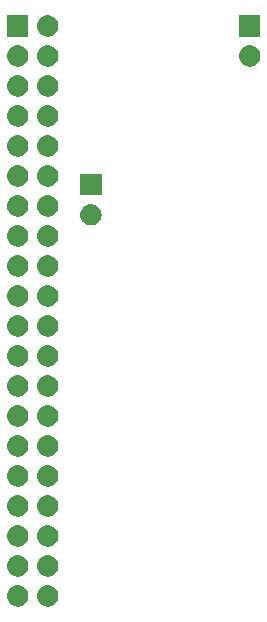
<source format=gbr>
G04 #@! TF.GenerationSoftware,KiCad,Pcbnew,5.0.2+dfsg1-1*
G04 #@! TF.CreationDate,2020-08-24T01:19:37-04:00*
G04 #@! TF.ProjectId,hardware,68617264-7761-4726-952e-6b696361645f,rev?*
G04 #@! TF.SameCoordinates,Original*
G04 #@! TF.FileFunction,Soldermask,Bot*
G04 #@! TF.FilePolarity,Negative*
%FSLAX46Y46*%
G04 Gerber Fmt 4.6, Leading zero omitted, Abs format (unit mm)*
G04 Created by KiCad (PCBNEW 5.0.2+dfsg1-1) date Mon 24 Aug 2020 01:19:37 AM EDT*
%MOMM*%
%LPD*%
G01*
G04 APERTURE LIST*
%ADD10C,0.100000*%
G04 APERTURE END LIST*
D10*
G36*
X130205444Y-116500520D02*
X130271628Y-116507038D01*
X130384854Y-116541385D01*
X130441468Y-116558558D01*
X130580088Y-116632653D01*
X130597992Y-116642223D01*
X130633730Y-116671553D01*
X130735187Y-116754815D01*
X130818449Y-116856272D01*
X130847779Y-116892010D01*
X130847780Y-116892012D01*
X130931444Y-117048534D01*
X130931444Y-117048535D01*
X130982964Y-117218374D01*
X131000360Y-117395001D01*
X130982964Y-117571628D01*
X130948617Y-117684854D01*
X130931444Y-117741468D01*
X130857349Y-117880088D01*
X130847779Y-117897992D01*
X130818449Y-117933730D01*
X130735187Y-118035187D01*
X130633730Y-118118449D01*
X130597992Y-118147779D01*
X130597990Y-118147780D01*
X130441468Y-118231444D01*
X130384854Y-118248617D01*
X130271628Y-118282964D01*
X130205444Y-118289482D01*
X130139261Y-118296001D01*
X130050741Y-118296001D01*
X129984558Y-118289482D01*
X129918374Y-118282964D01*
X129805148Y-118248617D01*
X129748534Y-118231444D01*
X129592012Y-118147780D01*
X129592010Y-118147779D01*
X129556272Y-118118449D01*
X129454815Y-118035187D01*
X129371553Y-117933730D01*
X129342223Y-117897992D01*
X129332653Y-117880088D01*
X129258558Y-117741468D01*
X129241385Y-117684854D01*
X129207038Y-117571628D01*
X129189642Y-117395001D01*
X129207038Y-117218374D01*
X129258558Y-117048535D01*
X129258558Y-117048534D01*
X129342222Y-116892012D01*
X129342223Y-116892010D01*
X129371553Y-116856272D01*
X129454815Y-116754815D01*
X129556272Y-116671553D01*
X129592010Y-116642223D01*
X129609914Y-116632653D01*
X129748534Y-116558558D01*
X129805148Y-116541385D01*
X129918374Y-116507038D01*
X129984558Y-116500520D01*
X130050741Y-116494001D01*
X130139261Y-116494001D01*
X130205444Y-116500520D01*
X130205444Y-116500520D01*
G37*
G36*
X127665444Y-116500520D02*
X127731628Y-116507038D01*
X127844854Y-116541385D01*
X127901468Y-116558558D01*
X128040088Y-116632653D01*
X128057992Y-116642223D01*
X128093730Y-116671553D01*
X128195187Y-116754815D01*
X128278449Y-116856272D01*
X128307779Y-116892010D01*
X128307780Y-116892012D01*
X128391444Y-117048534D01*
X128391444Y-117048535D01*
X128442964Y-117218374D01*
X128460360Y-117395001D01*
X128442964Y-117571628D01*
X128408617Y-117684854D01*
X128391444Y-117741468D01*
X128317349Y-117880088D01*
X128307779Y-117897992D01*
X128278449Y-117933730D01*
X128195187Y-118035187D01*
X128093730Y-118118449D01*
X128057992Y-118147779D01*
X128057990Y-118147780D01*
X127901468Y-118231444D01*
X127844854Y-118248617D01*
X127731628Y-118282964D01*
X127665444Y-118289482D01*
X127599261Y-118296001D01*
X127510741Y-118296001D01*
X127444558Y-118289482D01*
X127378374Y-118282964D01*
X127265148Y-118248617D01*
X127208534Y-118231444D01*
X127052012Y-118147780D01*
X127052010Y-118147779D01*
X127016272Y-118118449D01*
X126914815Y-118035187D01*
X126831553Y-117933730D01*
X126802223Y-117897992D01*
X126792653Y-117880088D01*
X126718558Y-117741468D01*
X126701385Y-117684854D01*
X126667038Y-117571628D01*
X126649642Y-117395001D01*
X126667038Y-117218374D01*
X126718558Y-117048535D01*
X126718558Y-117048534D01*
X126802222Y-116892012D01*
X126802223Y-116892010D01*
X126831553Y-116856272D01*
X126914815Y-116754815D01*
X127016272Y-116671553D01*
X127052010Y-116642223D01*
X127069914Y-116632653D01*
X127208534Y-116558558D01*
X127265148Y-116541385D01*
X127378374Y-116507038D01*
X127444558Y-116500520D01*
X127510741Y-116494001D01*
X127599261Y-116494001D01*
X127665444Y-116500520D01*
X127665444Y-116500520D01*
G37*
G36*
X130205444Y-113960520D02*
X130271628Y-113967038D01*
X130384854Y-114001385D01*
X130441468Y-114018558D01*
X130580088Y-114092653D01*
X130597992Y-114102223D01*
X130633730Y-114131553D01*
X130735187Y-114214815D01*
X130818449Y-114316272D01*
X130847779Y-114352010D01*
X130847780Y-114352012D01*
X130931444Y-114508534D01*
X130931444Y-114508535D01*
X130982964Y-114678374D01*
X131000360Y-114855001D01*
X130982964Y-115031628D01*
X130948617Y-115144854D01*
X130931444Y-115201468D01*
X130857349Y-115340088D01*
X130847779Y-115357992D01*
X130818449Y-115393730D01*
X130735187Y-115495187D01*
X130633730Y-115578449D01*
X130597992Y-115607779D01*
X130597990Y-115607780D01*
X130441468Y-115691444D01*
X130384854Y-115708617D01*
X130271628Y-115742964D01*
X130205443Y-115749483D01*
X130139261Y-115756001D01*
X130050741Y-115756001D01*
X129984559Y-115749483D01*
X129918374Y-115742964D01*
X129805148Y-115708617D01*
X129748534Y-115691444D01*
X129592012Y-115607780D01*
X129592010Y-115607779D01*
X129556272Y-115578449D01*
X129454815Y-115495187D01*
X129371553Y-115393730D01*
X129342223Y-115357992D01*
X129332653Y-115340088D01*
X129258558Y-115201468D01*
X129241385Y-115144854D01*
X129207038Y-115031628D01*
X129189642Y-114855001D01*
X129207038Y-114678374D01*
X129258558Y-114508535D01*
X129258558Y-114508534D01*
X129342222Y-114352012D01*
X129342223Y-114352010D01*
X129371553Y-114316272D01*
X129454815Y-114214815D01*
X129556272Y-114131553D01*
X129592010Y-114102223D01*
X129609914Y-114092653D01*
X129748534Y-114018558D01*
X129805148Y-114001385D01*
X129918374Y-113967038D01*
X129984558Y-113960520D01*
X130050741Y-113954001D01*
X130139261Y-113954001D01*
X130205444Y-113960520D01*
X130205444Y-113960520D01*
G37*
G36*
X127665444Y-113960520D02*
X127731628Y-113967038D01*
X127844854Y-114001385D01*
X127901468Y-114018558D01*
X128040088Y-114092653D01*
X128057992Y-114102223D01*
X128093730Y-114131553D01*
X128195187Y-114214815D01*
X128278449Y-114316272D01*
X128307779Y-114352010D01*
X128307780Y-114352012D01*
X128391444Y-114508534D01*
X128391444Y-114508535D01*
X128442964Y-114678374D01*
X128460360Y-114855001D01*
X128442964Y-115031628D01*
X128408617Y-115144854D01*
X128391444Y-115201468D01*
X128317349Y-115340088D01*
X128307779Y-115357992D01*
X128278449Y-115393730D01*
X128195187Y-115495187D01*
X128093730Y-115578449D01*
X128057992Y-115607779D01*
X128057990Y-115607780D01*
X127901468Y-115691444D01*
X127844854Y-115708617D01*
X127731628Y-115742964D01*
X127665443Y-115749483D01*
X127599261Y-115756001D01*
X127510741Y-115756001D01*
X127444559Y-115749483D01*
X127378374Y-115742964D01*
X127265148Y-115708617D01*
X127208534Y-115691444D01*
X127052012Y-115607780D01*
X127052010Y-115607779D01*
X127016272Y-115578449D01*
X126914815Y-115495187D01*
X126831553Y-115393730D01*
X126802223Y-115357992D01*
X126792653Y-115340088D01*
X126718558Y-115201468D01*
X126701385Y-115144854D01*
X126667038Y-115031628D01*
X126649642Y-114855001D01*
X126667038Y-114678374D01*
X126718558Y-114508535D01*
X126718558Y-114508534D01*
X126802222Y-114352012D01*
X126802223Y-114352010D01*
X126831553Y-114316272D01*
X126914815Y-114214815D01*
X127016272Y-114131553D01*
X127052010Y-114102223D01*
X127069914Y-114092653D01*
X127208534Y-114018558D01*
X127265148Y-114001385D01*
X127378374Y-113967038D01*
X127444558Y-113960520D01*
X127510741Y-113954001D01*
X127599261Y-113954001D01*
X127665444Y-113960520D01*
X127665444Y-113960520D01*
G37*
G36*
X127665443Y-111420519D02*
X127731628Y-111427038D01*
X127844854Y-111461385D01*
X127901468Y-111478558D01*
X128040088Y-111552653D01*
X128057992Y-111562223D01*
X128093730Y-111591553D01*
X128195187Y-111674815D01*
X128278449Y-111776272D01*
X128307779Y-111812010D01*
X128307780Y-111812012D01*
X128391444Y-111968534D01*
X128391444Y-111968535D01*
X128442964Y-112138374D01*
X128460360Y-112315001D01*
X128442964Y-112491628D01*
X128408617Y-112604854D01*
X128391444Y-112661468D01*
X128317349Y-112800088D01*
X128307779Y-112817992D01*
X128278449Y-112853730D01*
X128195187Y-112955187D01*
X128093730Y-113038449D01*
X128057992Y-113067779D01*
X128057990Y-113067780D01*
X127901468Y-113151444D01*
X127844854Y-113168617D01*
X127731628Y-113202964D01*
X127665444Y-113209482D01*
X127599261Y-113216001D01*
X127510741Y-113216001D01*
X127444558Y-113209482D01*
X127378374Y-113202964D01*
X127265148Y-113168617D01*
X127208534Y-113151444D01*
X127052012Y-113067780D01*
X127052010Y-113067779D01*
X127016272Y-113038449D01*
X126914815Y-112955187D01*
X126831553Y-112853730D01*
X126802223Y-112817992D01*
X126792653Y-112800088D01*
X126718558Y-112661468D01*
X126701385Y-112604854D01*
X126667038Y-112491628D01*
X126649642Y-112315001D01*
X126667038Y-112138374D01*
X126718558Y-111968535D01*
X126718558Y-111968534D01*
X126802222Y-111812012D01*
X126802223Y-111812010D01*
X126831553Y-111776272D01*
X126914815Y-111674815D01*
X127016272Y-111591553D01*
X127052010Y-111562223D01*
X127069914Y-111552653D01*
X127208534Y-111478558D01*
X127265148Y-111461385D01*
X127378374Y-111427038D01*
X127444559Y-111420519D01*
X127510741Y-111414001D01*
X127599261Y-111414001D01*
X127665443Y-111420519D01*
X127665443Y-111420519D01*
G37*
G36*
X130205443Y-111420519D02*
X130271628Y-111427038D01*
X130384854Y-111461385D01*
X130441468Y-111478558D01*
X130580088Y-111552653D01*
X130597992Y-111562223D01*
X130633730Y-111591553D01*
X130735187Y-111674815D01*
X130818449Y-111776272D01*
X130847779Y-111812010D01*
X130847780Y-111812012D01*
X130931444Y-111968534D01*
X130931444Y-111968535D01*
X130982964Y-112138374D01*
X131000360Y-112315001D01*
X130982964Y-112491628D01*
X130948617Y-112604854D01*
X130931444Y-112661468D01*
X130857349Y-112800088D01*
X130847779Y-112817992D01*
X130818449Y-112853730D01*
X130735187Y-112955187D01*
X130633730Y-113038449D01*
X130597992Y-113067779D01*
X130597990Y-113067780D01*
X130441468Y-113151444D01*
X130384854Y-113168617D01*
X130271628Y-113202964D01*
X130205444Y-113209482D01*
X130139261Y-113216001D01*
X130050741Y-113216001D01*
X129984558Y-113209482D01*
X129918374Y-113202964D01*
X129805148Y-113168617D01*
X129748534Y-113151444D01*
X129592012Y-113067780D01*
X129592010Y-113067779D01*
X129556272Y-113038449D01*
X129454815Y-112955187D01*
X129371553Y-112853730D01*
X129342223Y-112817992D01*
X129332653Y-112800088D01*
X129258558Y-112661468D01*
X129241385Y-112604854D01*
X129207038Y-112491628D01*
X129189642Y-112315001D01*
X129207038Y-112138374D01*
X129258558Y-111968535D01*
X129258558Y-111968534D01*
X129342222Y-111812012D01*
X129342223Y-111812010D01*
X129371553Y-111776272D01*
X129454815Y-111674815D01*
X129556272Y-111591553D01*
X129592010Y-111562223D01*
X129609914Y-111552653D01*
X129748534Y-111478558D01*
X129805148Y-111461385D01*
X129918374Y-111427038D01*
X129984559Y-111420519D01*
X130050741Y-111414001D01*
X130139261Y-111414001D01*
X130205443Y-111420519D01*
X130205443Y-111420519D01*
G37*
G36*
X127665443Y-108880519D02*
X127731628Y-108887038D01*
X127844854Y-108921385D01*
X127901468Y-108938558D01*
X128040088Y-109012653D01*
X128057992Y-109022223D01*
X128093730Y-109051553D01*
X128195187Y-109134815D01*
X128278449Y-109236272D01*
X128307779Y-109272010D01*
X128307780Y-109272012D01*
X128391444Y-109428534D01*
X128391444Y-109428535D01*
X128442964Y-109598374D01*
X128460360Y-109775001D01*
X128442964Y-109951628D01*
X128408617Y-110064854D01*
X128391444Y-110121468D01*
X128317349Y-110260088D01*
X128307779Y-110277992D01*
X128278449Y-110313730D01*
X128195187Y-110415187D01*
X128093730Y-110498449D01*
X128057992Y-110527779D01*
X128057990Y-110527780D01*
X127901468Y-110611444D01*
X127844854Y-110628617D01*
X127731628Y-110662964D01*
X127665444Y-110669482D01*
X127599261Y-110676001D01*
X127510741Y-110676001D01*
X127444558Y-110669482D01*
X127378374Y-110662964D01*
X127265148Y-110628617D01*
X127208534Y-110611444D01*
X127052012Y-110527780D01*
X127052010Y-110527779D01*
X127016272Y-110498449D01*
X126914815Y-110415187D01*
X126831553Y-110313730D01*
X126802223Y-110277992D01*
X126792653Y-110260088D01*
X126718558Y-110121468D01*
X126701385Y-110064854D01*
X126667038Y-109951628D01*
X126649642Y-109775001D01*
X126667038Y-109598374D01*
X126718558Y-109428535D01*
X126718558Y-109428534D01*
X126802222Y-109272012D01*
X126802223Y-109272010D01*
X126831553Y-109236272D01*
X126914815Y-109134815D01*
X127016272Y-109051553D01*
X127052010Y-109022223D01*
X127069914Y-109012653D01*
X127208534Y-108938558D01*
X127265148Y-108921385D01*
X127378374Y-108887038D01*
X127444559Y-108880519D01*
X127510741Y-108874001D01*
X127599261Y-108874001D01*
X127665443Y-108880519D01*
X127665443Y-108880519D01*
G37*
G36*
X130205443Y-108880519D02*
X130271628Y-108887038D01*
X130384854Y-108921385D01*
X130441468Y-108938558D01*
X130580088Y-109012653D01*
X130597992Y-109022223D01*
X130633730Y-109051553D01*
X130735187Y-109134815D01*
X130818449Y-109236272D01*
X130847779Y-109272010D01*
X130847780Y-109272012D01*
X130931444Y-109428534D01*
X130931444Y-109428535D01*
X130982964Y-109598374D01*
X131000360Y-109775001D01*
X130982964Y-109951628D01*
X130948617Y-110064854D01*
X130931444Y-110121468D01*
X130857349Y-110260088D01*
X130847779Y-110277992D01*
X130818449Y-110313730D01*
X130735187Y-110415187D01*
X130633730Y-110498449D01*
X130597992Y-110527779D01*
X130597990Y-110527780D01*
X130441468Y-110611444D01*
X130384854Y-110628617D01*
X130271628Y-110662964D01*
X130205444Y-110669482D01*
X130139261Y-110676001D01*
X130050741Y-110676001D01*
X129984558Y-110669482D01*
X129918374Y-110662964D01*
X129805148Y-110628617D01*
X129748534Y-110611444D01*
X129592012Y-110527780D01*
X129592010Y-110527779D01*
X129556272Y-110498449D01*
X129454815Y-110415187D01*
X129371553Y-110313730D01*
X129342223Y-110277992D01*
X129332653Y-110260088D01*
X129258558Y-110121468D01*
X129241385Y-110064854D01*
X129207038Y-109951628D01*
X129189642Y-109775001D01*
X129207038Y-109598374D01*
X129258558Y-109428535D01*
X129258558Y-109428534D01*
X129342222Y-109272012D01*
X129342223Y-109272010D01*
X129371553Y-109236272D01*
X129454815Y-109134815D01*
X129556272Y-109051553D01*
X129592010Y-109022223D01*
X129609914Y-109012653D01*
X129748534Y-108938558D01*
X129805148Y-108921385D01*
X129918374Y-108887038D01*
X129984559Y-108880519D01*
X130050741Y-108874001D01*
X130139261Y-108874001D01*
X130205443Y-108880519D01*
X130205443Y-108880519D01*
G37*
G36*
X127665443Y-106340519D02*
X127731628Y-106347038D01*
X127844854Y-106381385D01*
X127901468Y-106398558D01*
X128040088Y-106472653D01*
X128057992Y-106482223D01*
X128093730Y-106511553D01*
X128195187Y-106594815D01*
X128278449Y-106696272D01*
X128307779Y-106732010D01*
X128307780Y-106732012D01*
X128391444Y-106888534D01*
X128391444Y-106888535D01*
X128442964Y-107058374D01*
X128460360Y-107235001D01*
X128442964Y-107411628D01*
X128408617Y-107524854D01*
X128391444Y-107581468D01*
X128317349Y-107720088D01*
X128307779Y-107737992D01*
X128278449Y-107773730D01*
X128195187Y-107875187D01*
X128093730Y-107958449D01*
X128057992Y-107987779D01*
X128057990Y-107987780D01*
X127901468Y-108071444D01*
X127844854Y-108088617D01*
X127731628Y-108122964D01*
X127665443Y-108129483D01*
X127599261Y-108136001D01*
X127510741Y-108136001D01*
X127444559Y-108129483D01*
X127378374Y-108122964D01*
X127265148Y-108088617D01*
X127208534Y-108071444D01*
X127052012Y-107987780D01*
X127052010Y-107987779D01*
X127016272Y-107958449D01*
X126914815Y-107875187D01*
X126831553Y-107773730D01*
X126802223Y-107737992D01*
X126792653Y-107720088D01*
X126718558Y-107581468D01*
X126701385Y-107524854D01*
X126667038Y-107411628D01*
X126649642Y-107235001D01*
X126667038Y-107058374D01*
X126718558Y-106888535D01*
X126718558Y-106888534D01*
X126802222Y-106732012D01*
X126802223Y-106732010D01*
X126831553Y-106696272D01*
X126914815Y-106594815D01*
X127016272Y-106511553D01*
X127052010Y-106482223D01*
X127069914Y-106472653D01*
X127208534Y-106398558D01*
X127265148Y-106381385D01*
X127378374Y-106347038D01*
X127444559Y-106340519D01*
X127510741Y-106334001D01*
X127599261Y-106334001D01*
X127665443Y-106340519D01*
X127665443Y-106340519D01*
G37*
G36*
X130205443Y-106340519D02*
X130271628Y-106347038D01*
X130384854Y-106381385D01*
X130441468Y-106398558D01*
X130580088Y-106472653D01*
X130597992Y-106482223D01*
X130633730Y-106511553D01*
X130735187Y-106594815D01*
X130818449Y-106696272D01*
X130847779Y-106732010D01*
X130847780Y-106732012D01*
X130931444Y-106888534D01*
X130931444Y-106888535D01*
X130982964Y-107058374D01*
X131000360Y-107235001D01*
X130982964Y-107411628D01*
X130948617Y-107524854D01*
X130931444Y-107581468D01*
X130857349Y-107720088D01*
X130847779Y-107737992D01*
X130818449Y-107773730D01*
X130735187Y-107875187D01*
X130633730Y-107958449D01*
X130597992Y-107987779D01*
X130597990Y-107987780D01*
X130441468Y-108071444D01*
X130384854Y-108088617D01*
X130271628Y-108122964D01*
X130205443Y-108129483D01*
X130139261Y-108136001D01*
X130050741Y-108136001D01*
X129984559Y-108129483D01*
X129918374Y-108122964D01*
X129805148Y-108088617D01*
X129748534Y-108071444D01*
X129592012Y-107987780D01*
X129592010Y-107987779D01*
X129556272Y-107958449D01*
X129454815Y-107875187D01*
X129371553Y-107773730D01*
X129342223Y-107737992D01*
X129332653Y-107720088D01*
X129258558Y-107581468D01*
X129241385Y-107524854D01*
X129207038Y-107411628D01*
X129189642Y-107235001D01*
X129207038Y-107058374D01*
X129258558Y-106888535D01*
X129258558Y-106888534D01*
X129342222Y-106732012D01*
X129342223Y-106732010D01*
X129371553Y-106696272D01*
X129454815Y-106594815D01*
X129556272Y-106511553D01*
X129592010Y-106482223D01*
X129609914Y-106472653D01*
X129748534Y-106398558D01*
X129805148Y-106381385D01*
X129918374Y-106347038D01*
X129984559Y-106340519D01*
X130050741Y-106334001D01*
X130139261Y-106334001D01*
X130205443Y-106340519D01*
X130205443Y-106340519D01*
G37*
G36*
X127665444Y-103800520D02*
X127731628Y-103807038D01*
X127844854Y-103841385D01*
X127901468Y-103858558D01*
X128040088Y-103932653D01*
X128057992Y-103942223D01*
X128093730Y-103971553D01*
X128195187Y-104054815D01*
X128278449Y-104156272D01*
X128307779Y-104192010D01*
X128307780Y-104192012D01*
X128391444Y-104348534D01*
X128391444Y-104348535D01*
X128442964Y-104518374D01*
X128460360Y-104695001D01*
X128442964Y-104871628D01*
X128408617Y-104984854D01*
X128391444Y-105041468D01*
X128317349Y-105180088D01*
X128307779Y-105197992D01*
X128278449Y-105233730D01*
X128195187Y-105335187D01*
X128093730Y-105418449D01*
X128057992Y-105447779D01*
X128057990Y-105447780D01*
X127901468Y-105531444D01*
X127844854Y-105548617D01*
X127731628Y-105582964D01*
X127665444Y-105589482D01*
X127599261Y-105596001D01*
X127510741Y-105596001D01*
X127444558Y-105589482D01*
X127378374Y-105582964D01*
X127265148Y-105548617D01*
X127208534Y-105531444D01*
X127052012Y-105447780D01*
X127052010Y-105447779D01*
X127016272Y-105418449D01*
X126914815Y-105335187D01*
X126831553Y-105233730D01*
X126802223Y-105197992D01*
X126792653Y-105180088D01*
X126718558Y-105041468D01*
X126701385Y-104984854D01*
X126667038Y-104871628D01*
X126649642Y-104695001D01*
X126667038Y-104518374D01*
X126718558Y-104348535D01*
X126718558Y-104348534D01*
X126802222Y-104192012D01*
X126802223Y-104192010D01*
X126831553Y-104156272D01*
X126914815Y-104054815D01*
X127016272Y-103971553D01*
X127052010Y-103942223D01*
X127069914Y-103932653D01*
X127208534Y-103858558D01*
X127265148Y-103841385D01*
X127378374Y-103807038D01*
X127444558Y-103800520D01*
X127510741Y-103794001D01*
X127599261Y-103794001D01*
X127665444Y-103800520D01*
X127665444Y-103800520D01*
G37*
G36*
X130205444Y-103800520D02*
X130271628Y-103807038D01*
X130384854Y-103841385D01*
X130441468Y-103858558D01*
X130580088Y-103932653D01*
X130597992Y-103942223D01*
X130633730Y-103971553D01*
X130735187Y-104054815D01*
X130818449Y-104156272D01*
X130847779Y-104192010D01*
X130847780Y-104192012D01*
X130931444Y-104348534D01*
X130931444Y-104348535D01*
X130982964Y-104518374D01*
X131000360Y-104695001D01*
X130982964Y-104871628D01*
X130948617Y-104984854D01*
X130931444Y-105041468D01*
X130857349Y-105180088D01*
X130847779Y-105197992D01*
X130818449Y-105233730D01*
X130735187Y-105335187D01*
X130633730Y-105418449D01*
X130597992Y-105447779D01*
X130597990Y-105447780D01*
X130441468Y-105531444D01*
X130384854Y-105548617D01*
X130271628Y-105582964D01*
X130205444Y-105589482D01*
X130139261Y-105596001D01*
X130050741Y-105596001D01*
X129984558Y-105589482D01*
X129918374Y-105582964D01*
X129805148Y-105548617D01*
X129748534Y-105531444D01*
X129592012Y-105447780D01*
X129592010Y-105447779D01*
X129556272Y-105418449D01*
X129454815Y-105335187D01*
X129371553Y-105233730D01*
X129342223Y-105197992D01*
X129332653Y-105180088D01*
X129258558Y-105041468D01*
X129241385Y-104984854D01*
X129207038Y-104871628D01*
X129189642Y-104695001D01*
X129207038Y-104518374D01*
X129258558Y-104348535D01*
X129258558Y-104348534D01*
X129342222Y-104192012D01*
X129342223Y-104192010D01*
X129371553Y-104156272D01*
X129454815Y-104054815D01*
X129556272Y-103971553D01*
X129592010Y-103942223D01*
X129609914Y-103932653D01*
X129748534Y-103858558D01*
X129805148Y-103841385D01*
X129918374Y-103807038D01*
X129984558Y-103800520D01*
X130050741Y-103794001D01*
X130139261Y-103794001D01*
X130205444Y-103800520D01*
X130205444Y-103800520D01*
G37*
G36*
X127665444Y-101260520D02*
X127731628Y-101267038D01*
X127844854Y-101301385D01*
X127901468Y-101318558D01*
X128040088Y-101392653D01*
X128057992Y-101402223D01*
X128093730Y-101431553D01*
X128195187Y-101514815D01*
X128278449Y-101616272D01*
X128307779Y-101652010D01*
X128307780Y-101652012D01*
X128391444Y-101808534D01*
X128391444Y-101808535D01*
X128442964Y-101978374D01*
X128460360Y-102155001D01*
X128442964Y-102331628D01*
X128408617Y-102444854D01*
X128391444Y-102501468D01*
X128317349Y-102640088D01*
X128307779Y-102657992D01*
X128278449Y-102693730D01*
X128195187Y-102795187D01*
X128093730Y-102878449D01*
X128057992Y-102907779D01*
X128057990Y-102907780D01*
X127901468Y-102991444D01*
X127844854Y-103008617D01*
X127731628Y-103042964D01*
X127665444Y-103049482D01*
X127599261Y-103056001D01*
X127510741Y-103056001D01*
X127444558Y-103049482D01*
X127378374Y-103042964D01*
X127265148Y-103008617D01*
X127208534Y-102991444D01*
X127052012Y-102907780D01*
X127052010Y-102907779D01*
X127016272Y-102878449D01*
X126914815Y-102795187D01*
X126831553Y-102693730D01*
X126802223Y-102657992D01*
X126792653Y-102640088D01*
X126718558Y-102501468D01*
X126701385Y-102444854D01*
X126667038Y-102331628D01*
X126649642Y-102155001D01*
X126667038Y-101978374D01*
X126718558Y-101808535D01*
X126718558Y-101808534D01*
X126802222Y-101652012D01*
X126802223Y-101652010D01*
X126831553Y-101616272D01*
X126914815Y-101514815D01*
X127016272Y-101431553D01*
X127052010Y-101402223D01*
X127069914Y-101392653D01*
X127208534Y-101318558D01*
X127265148Y-101301385D01*
X127378374Y-101267038D01*
X127444559Y-101260519D01*
X127510741Y-101254001D01*
X127599261Y-101254001D01*
X127665444Y-101260520D01*
X127665444Y-101260520D01*
G37*
G36*
X130205444Y-101260520D02*
X130271628Y-101267038D01*
X130384854Y-101301385D01*
X130441468Y-101318558D01*
X130580088Y-101392653D01*
X130597992Y-101402223D01*
X130633730Y-101431553D01*
X130735187Y-101514815D01*
X130818449Y-101616272D01*
X130847779Y-101652010D01*
X130847780Y-101652012D01*
X130931444Y-101808534D01*
X130931444Y-101808535D01*
X130982964Y-101978374D01*
X131000360Y-102155001D01*
X130982964Y-102331628D01*
X130948617Y-102444854D01*
X130931444Y-102501468D01*
X130857349Y-102640088D01*
X130847779Y-102657992D01*
X130818449Y-102693730D01*
X130735187Y-102795187D01*
X130633730Y-102878449D01*
X130597992Y-102907779D01*
X130597990Y-102907780D01*
X130441468Y-102991444D01*
X130384854Y-103008617D01*
X130271628Y-103042964D01*
X130205444Y-103049482D01*
X130139261Y-103056001D01*
X130050741Y-103056001D01*
X129984558Y-103049482D01*
X129918374Y-103042964D01*
X129805148Y-103008617D01*
X129748534Y-102991444D01*
X129592012Y-102907780D01*
X129592010Y-102907779D01*
X129556272Y-102878449D01*
X129454815Y-102795187D01*
X129371553Y-102693730D01*
X129342223Y-102657992D01*
X129332653Y-102640088D01*
X129258558Y-102501468D01*
X129241385Y-102444854D01*
X129207038Y-102331628D01*
X129189642Y-102155001D01*
X129207038Y-101978374D01*
X129258558Y-101808535D01*
X129258558Y-101808534D01*
X129342222Y-101652012D01*
X129342223Y-101652010D01*
X129371553Y-101616272D01*
X129454815Y-101514815D01*
X129556272Y-101431553D01*
X129592010Y-101402223D01*
X129609914Y-101392653D01*
X129748534Y-101318558D01*
X129805148Y-101301385D01*
X129918374Y-101267038D01*
X129984559Y-101260519D01*
X130050741Y-101254001D01*
X130139261Y-101254001D01*
X130205444Y-101260520D01*
X130205444Y-101260520D01*
G37*
G36*
X127665444Y-98720520D02*
X127731628Y-98727038D01*
X127844854Y-98761385D01*
X127901468Y-98778558D01*
X128040088Y-98852653D01*
X128057992Y-98862223D01*
X128093730Y-98891553D01*
X128195187Y-98974815D01*
X128278449Y-99076272D01*
X128307779Y-99112010D01*
X128307780Y-99112012D01*
X128391444Y-99268534D01*
X128391444Y-99268535D01*
X128442964Y-99438374D01*
X128460360Y-99615001D01*
X128442964Y-99791628D01*
X128408617Y-99904854D01*
X128391444Y-99961468D01*
X128317349Y-100100088D01*
X128307779Y-100117992D01*
X128278449Y-100153730D01*
X128195187Y-100255187D01*
X128093730Y-100338449D01*
X128057992Y-100367779D01*
X128057990Y-100367780D01*
X127901468Y-100451444D01*
X127844854Y-100468617D01*
X127731628Y-100502964D01*
X127665443Y-100509483D01*
X127599261Y-100516001D01*
X127510741Y-100516001D01*
X127444558Y-100509482D01*
X127378374Y-100502964D01*
X127265148Y-100468617D01*
X127208534Y-100451444D01*
X127052012Y-100367780D01*
X127052010Y-100367779D01*
X127016272Y-100338449D01*
X126914815Y-100255187D01*
X126831553Y-100153730D01*
X126802223Y-100117992D01*
X126792653Y-100100088D01*
X126718558Y-99961468D01*
X126701385Y-99904854D01*
X126667038Y-99791628D01*
X126649642Y-99615001D01*
X126667038Y-99438374D01*
X126718558Y-99268535D01*
X126718558Y-99268534D01*
X126802222Y-99112012D01*
X126802223Y-99112010D01*
X126831553Y-99076272D01*
X126914815Y-98974815D01*
X127016272Y-98891553D01*
X127052010Y-98862223D01*
X127069914Y-98852653D01*
X127208534Y-98778558D01*
X127265148Y-98761385D01*
X127378374Y-98727038D01*
X127444559Y-98720519D01*
X127510741Y-98714001D01*
X127599261Y-98714001D01*
X127665444Y-98720520D01*
X127665444Y-98720520D01*
G37*
G36*
X130205444Y-98720520D02*
X130271628Y-98727038D01*
X130384854Y-98761385D01*
X130441468Y-98778558D01*
X130580088Y-98852653D01*
X130597992Y-98862223D01*
X130633730Y-98891553D01*
X130735187Y-98974815D01*
X130818449Y-99076272D01*
X130847779Y-99112010D01*
X130847780Y-99112012D01*
X130931444Y-99268534D01*
X130931444Y-99268535D01*
X130982964Y-99438374D01*
X131000360Y-99615001D01*
X130982964Y-99791628D01*
X130948617Y-99904854D01*
X130931444Y-99961468D01*
X130857349Y-100100088D01*
X130847779Y-100117992D01*
X130818449Y-100153730D01*
X130735187Y-100255187D01*
X130633730Y-100338449D01*
X130597992Y-100367779D01*
X130597990Y-100367780D01*
X130441468Y-100451444D01*
X130384854Y-100468617D01*
X130271628Y-100502964D01*
X130205443Y-100509483D01*
X130139261Y-100516001D01*
X130050741Y-100516001D01*
X129984558Y-100509482D01*
X129918374Y-100502964D01*
X129805148Y-100468617D01*
X129748534Y-100451444D01*
X129592012Y-100367780D01*
X129592010Y-100367779D01*
X129556272Y-100338449D01*
X129454815Y-100255187D01*
X129371553Y-100153730D01*
X129342223Y-100117992D01*
X129332653Y-100100088D01*
X129258558Y-99961468D01*
X129241385Y-99904854D01*
X129207038Y-99791628D01*
X129189642Y-99615001D01*
X129207038Y-99438374D01*
X129258558Y-99268535D01*
X129258558Y-99268534D01*
X129342222Y-99112012D01*
X129342223Y-99112010D01*
X129371553Y-99076272D01*
X129454815Y-98974815D01*
X129556272Y-98891553D01*
X129592010Y-98862223D01*
X129609914Y-98852653D01*
X129748534Y-98778558D01*
X129805148Y-98761385D01*
X129918374Y-98727038D01*
X129984559Y-98720519D01*
X130050741Y-98714001D01*
X130139261Y-98714001D01*
X130205444Y-98720520D01*
X130205444Y-98720520D01*
G37*
G36*
X127665443Y-96180519D02*
X127731628Y-96187038D01*
X127844854Y-96221385D01*
X127901468Y-96238558D01*
X128040088Y-96312653D01*
X128057992Y-96322223D01*
X128093730Y-96351553D01*
X128195187Y-96434815D01*
X128278449Y-96536272D01*
X128307779Y-96572010D01*
X128307780Y-96572012D01*
X128391444Y-96728534D01*
X128391444Y-96728535D01*
X128442964Y-96898374D01*
X128460360Y-97075001D01*
X128442964Y-97251628D01*
X128408617Y-97364854D01*
X128391444Y-97421468D01*
X128317349Y-97560088D01*
X128307779Y-97577992D01*
X128278449Y-97613730D01*
X128195187Y-97715187D01*
X128093730Y-97798449D01*
X128057992Y-97827779D01*
X128057990Y-97827780D01*
X127901468Y-97911444D01*
X127844854Y-97928617D01*
X127731628Y-97962964D01*
X127665444Y-97969482D01*
X127599261Y-97976001D01*
X127510741Y-97976001D01*
X127444559Y-97969483D01*
X127378374Y-97962964D01*
X127265148Y-97928617D01*
X127208534Y-97911444D01*
X127052012Y-97827780D01*
X127052010Y-97827779D01*
X127016272Y-97798449D01*
X126914815Y-97715187D01*
X126831553Y-97613730D01*
X126802223Y-97577992D01*
X126792653Y-97560088D01*
X126718558Y-97421468D01*
X126701385Y-97364854D01*
X126667038Y-97251628D01*
X126649642Y-97075001D01*
X126667038Y-96898374D01*
X126718558Y-96728535D01*
X126718558Y-96728534D01*
X126802222Y-96572012D01*
X126802223Y-96572010D01*
X126831553Y-96536272D01*
X126914815Y-96434815D01*
X127016272Y-96351553D01*
X127052010Y-96322223D01*
X127069914Y-96312653D01*
X127208534Y-96238558D01*
X127265148Y-96221385D01*
X127378374Y-96187038D01*
X127444558Y-96180520D01*
X127510741Y-96174001D01*
X127599261Y-96174001D01*
X127665443Y-96180519D01*
X127665443Y-96180519D01*
G37*
G36*
X130205443Y-96180519D02*
X130271628Y-96187038D01*
X130384854Y-96221385D01*
X130441468Y-96238558D01*
X130580088Y-96312653D01*
X130597992Y-96322223D01*
X130633730Y-96351553D01*
X130735187Y-96434815D01*
X130818449Y-96536272D01*
X130847779Y-96572010D01*
X130847780Y-96572012D01*
X130931444Y-96728534D01*
X130931444Y-96728535D01*
X130982964Y-96898374D01*
X131000360Y-97075001D01*
X130982964Y-97251628D01*
X130948617Y-97364854D01*
X130931444Y-97421468D01*
X130857349Y-97560088D01*
X130847779Y-97577992D01*
X130818449Y-97613730D01*
X130735187Y-97715187D01*
X130633730Y-97798449D01*
X130597992Y-97827779D01*
X130597990Y-97827780D01*
X130441468Y-97911444D01*
X130384854Y-97928617D01*
X130271628Y-97962964D01*
X130205444Y-97969482D01*
X130139261Y-97976001D01*
X130050741Y-97976001D01*
X129984559Y-97969483D01*
X129918374Y-97962964D01*
X129805148Y-97928617D01*
X129748534Y-97911444D01*
X129592012Y-97827780D01*
X129592010Y-97827779D01*
X129556272Y-97798449D01*
X129454815Y-97715187D01*
X129371553Y-97613730D01*
X129342223Y-97577992D01*
X129332653Y-97560088D01*
X129258558Y-97421468D01*
X129241385Y-97364854D01*
X129207038Y-97251628D01*
X129189642Y-97075001D01*
X129207038Y-96898374D01*
X129258558Y-96728535D01*
X129258558Y-96728534D01*
X129342222Y-96572012D01*
X129342223Y-96572010D01*
X129371553Y-96536272D01*
X129454815Y-96434815D01*
X129556272Y-96351553D01*
X129592010Y-96322223D01*
X129609914Y-96312653D01*
X129748534Y-96238558D01*
X129805148Y-96221385D01*
X129918374Y-96187038D01*
X129984558Y-96180520D01*
X130050741Y-96174001D01*
X130139261Y-96174001D01*
X130205443Y-96180519D01*
X130205443Y-96180519D01*
G37*
G36*
X130205444Y-93640520D02*
X130271628Y-93647038D01*
X130384854Y-93681385D01*
X130441468Y-93698558D01*
X130580088Y-93772653D01*
X130597992Y-93782223D01*
X130633730Y-93811553D01*
X130735187Y-93894815D01*
X130818449Y-93996272D01*
X130847779Y-94032010D01*
X130847780Y-94032012D01*
X130931444Y-94188534D01*
X130931444Y-94188535D01*
X130982964Y-94358374D01*
X131000360Y-94535001D01*
X130982964Y-94711628D01*
X130948617Y-94824854D01*
X130931444Y-94881468D01*
X130857349Y-95020088D01*
X130847779Y-95037992D01*
X130818449Y-95073730D01*
X130735187Y-95175187D01*
X130633730Y-95258449D01*
X130597992Y-95287779D01*
X130597990Y-95287780D01*
X130441468Y-95371444D01*
X130384854Y-95388617D01*
X130271628Y-95422964D01*
X130205443Y-95429483D01*
X130139261Y-95436001D01*
X130050741Y-95436001D01*
X129984559Y-95429483D01*
X129918374Y-95422964D01*
X129805148Y-95388617D01*
X129748534Y-95371444D01*
X129592012Y-95287780D01*
X129592010Y-95287779D01*
X129556272Y-95258449D01*
X129454815Y-95175187D01*
X129371553Y-95073730D01*
X129342223Y-95037992D01*
X129332653Y-95020088D01*
X129258558Y-94881468D01*
X129241385Y-94824854D01*
X129207038Y-94711628D01*
X129189642Y-94535001D01*
X129207038Y-94358374D01*
X129258558Y-94188535D01*
X129258558Y-94188534D01*
X129342222Y-94032012D01*
X129342223Y-94032010D01*
X129371553Y-93996272D01*
X129454815Y-93894815D01*
X129556272Y-93811553D01*
X129592010Y-93782223D01*
X129609914Y-93772653D01*
X129748534Y-93698558D01*
X129805148Y-93681385D01*
X129918374Y-93647038D01*
X129984559Y-93640519D01*
X130050741Y-93634001D01*
X130139261Y-93634001D01*
X130205444Y-93640520D01*
X130205444Y-93640520D01*
G37*
G36*
X127665444Y-93640520D02*
X127731628Y-93647038D01*
X127844854Y-93681385D01*
X127901468Y-93698558D01*
X128040088Y-93772653D01*
X128057992Y-93782223D01*
X128093730Y-93811553D01*
X128195187Y-93894815D01*
X128278449Y-93996272D01*
X128307779Y-94032010D01*
X128307780Y-94032012D01*
X128391444Y-94188534D01*
X128391444Y-94188535D01*
X128442964Y-94358374D01*
X128460360Y-94535001D01*
X128442964Y-94711628D01*
X128408617Y-94824854D01*
X128391444Y-94881468D01*
X128317349Y-95020088D01*
X128307779Y-95037992D01*
X128278449Y-95073730D01*
X128195187Y-95175187D01*
X128093730Y-95258449D01*
X128057992Y-95287779D01*
X128057990Y-95287780D01*
X127901468Y-95371444D01*
X127844854Y-95388617D01*
X127731628Y-95422964D01*
X127665443Y-95429483D01*
X127599261Y-95436001D01*
X127510741Y-95436001D01*
X127444559Y-95429483D01*
X127378374Y-95422964D01*
X127265148Y-95388617D01*
X127208534Y-95371444D01*
X127052012Y-95287780D01*
X127052010Y-95287779D01*
X127016272Y-95258449D01*
X126914815Y-95175187D01*
X126831553Y-95073730D01*
X126802223Y-95037992D01*
X126792653Y-95020088D01*
X126718558Y-94881468D01*
X126701385Y-94824854D01*
X126667038Y-94711628D01*
X126649642Y-94535001D01*
X126667038Y-94358374D01*
X126718558Y-94188535D01*
X126718558Y-94188534D01*
X126802222Y-94032012D01*
X126802223Y-94032010D01*
X126831553Y-93996272D01*
X126914815Y-93894815D01*
X127016272Y-93811553D01*
X127052010Y-93782223D01*
X127069914Y-93772653D01*
X127208534Y-93698558D01*
X127265148Y-93681385D01*
X127378374Y-93647038D01*
X127444559Y-93640519D01*
X127510741Y-93634001D01*
X127599261Y-93634001D01*
X127665444Y-93640520D01*
X127665444Y-93640520D01*
G37*
G36*
X130205443Y-91100519D02*
X130271628Y-91107038D01*
X130384854Y-91141385D01*
X130441468Y-91158558D01*
X130580088Y-91232653D01*
X130597992Y-91242223D01*
X130633730Y-91271553D01*
X130735187Y-91354815D01*
X130818449Y-91456272D01*
X130847779Y-91492010D01*
X130847780Y-91492012D01*
X130931444Y-91648534D01*
X130931444Y-91648535D01*
X130982964Y-91818374D01*
X131000360Y-91995001D01*
X130982964Y-92171628D01*
X130948617Y-92284854D01*
X130931444Y-92341468D01*
X130857349Y-92480088D01*
X130847779Y-92497992D01*
X130818449Y-92533730D01*
X130735187Y-92635187D01*
X130633730Y-92718449D01*
X130597992Y-92747779D01*
X130597990Y-92747780D01*
X130441468Y-92831444D01*
X130384854Y-92848617D01*
X130271628Y-92882964D01*
X130205444Y-92889482D01*
X130139261Y-92896001D01*
X130050741Y-92896001D01*
X129984558Y-92889482D01*
X129918374Y-92882964D01*
X129805148Y-92848617D01*
X129748534Y-92831444D01*
X129592012Y-92747780D01*
X129592010Y-92747779D01*
X129556272Y-92718449D01*
X129454815Y-92635187D01*
X129371553Y-92533730D01*
X129342223Y-92497992D01*
X129332653Y-92480088D01*
X129258558Y-92341468D01*
X129241385Y-92284854D01*
X129207038Y-92171628D01*
X129189642Y-91995001D01*
X129207038Y-91818374D01*
X129258558Y-91648535D01*
X129258558Y-91648534D01*
X129342222Y-91492012D01*
X129342223Y-91492010D01*
X129371553Y-91456272D01*
X129454815Y-91354815D01*
X129556272Y-91271553D01*
X129592010Y-91242223D01*
X129609914Y-91232653D01*
X129748534Y-91158558D01*
X129805148Y-91141385D01*
X129918374Y-91107038D01*
X129984559Y-91100519D01*
X130050741Y-91094001D01*
X130139261Y-91094001D01*
X130205443Y-91100519D01*
X130205443Y-91100519D01*
G37*
G36*
X127665443Y-91100519D02*
X127731628Y-91107038D01*
X127844854Y-91141385D01*
X127901468Y-91158558D01*
X128040088Y-91232653D01*
X128057992Y-91242223D01*
X128093730Y-91271553D01*
X128195187Y-91354815D01*
X128278449Y-91456272D01*
X128307779Y-91492010D01*
X128307780Y-91492012D01*
X128391444Y-91648534D01*
X128391444Y-91648535D01*
X128442964Y-91818374D01*
X128460360Y-91995001D01*
X128442964Y-92171628D01*
X128408617Y-92284854D01*
X128391444Y-92341468D01*
X128317349Y-92480088D01*
X128307779Y-92497992D01*
X128278449Y-92533730D01*
X128195187Y-92635187D01*
X128093730Y-92718449D01*
X128057992Y-92747779D01*
X128057990Y-92747780D01*
X127901468Y-92831444D01*
X127844854Y-92848617D01*
X127731628Y-92882964D01*
X127665444Y-92889482D01*
X127599261Y-92896001D01*
X127510741Y-92896001D01*
X127444558Y-92889482D01*
X127378374Y-92882964D01*
X127265148Y-92848617D01*
X127208534Y-92831444D01*
X127052012Y-92747780D01*
X127052010Y-92747779D01*
X127016272Y-92718449D01*
X126914815Y-92635187D01*
X126831553Y-92533730D01*
X126802223Y-92497992D01*
X126792653Y-92480088D01*
X126718558Y-92341468D01*
X126701385Y-92284854D01*
X126667038Y-92171628D01*
X126649642Y-91995001D01*
X126667038Y-91818374D01*
X126718558Y-91648535D01*
X126718558Y-91648534D01*
X126802222Y-91492012D01*
X126802223Y-91492010D01*
X126831553Y-91456272D01*
X126914815Y-91354815D01*
X127016272Y-91271553D01*
X127052010Y-91242223D01*
X127069914Y-91232653D01*
X127208534Y-91158558D01*
X127265148Y-91141385D01*
X127378374Y-91107038D01*
X127444559Y-91100519D01*
X127510741Y-91094001D01*
X127599261Y-91094001D01*
X127665443Y-91100519D01*
X127665443Y-91100519D01*
G37*
G36*
X130205444Y-88560520D02*
X130271628Y-88567038D01*
X130384854Y-88601385D01*
X130441468Y-88618558D01*
X130580088Y-88692653D01*
X130597992Y-88702223D01*
X130633730Y-88731553D01*
X130735187Y-88814815D01*
X130818449Y-88916272D01*
X130847779Y-88952010D01*
X130847780Y-88952012D01*
X130931444Y-89108534D01*
X130931444Y-89108535D01*
X130982964Y-89278374D01*
X131000360Y-89455001D01*
X130982964Y-89631628D01*
X130948617Y-89744854D01*
X130931444Y-89801468D01*
X130857349Y-89940088D01*
X130847779Y-89957992D01*
X130818449Y-89993730D01*
X130735187Y-90095187D01*
X130633730Y-90178449D01*
X130597992Y-90207779D01*
X130597990Y-90207780D01*
X130441468Y-90291444D01*
X130384854Y-90308617D01*
X130271628Y-90342964D01*
X130205444Y-90349482D01*
X130139261Y-90356001D01*
X130050741Y-90356001D01*
X129984558Y-90349482D01*
X129918374Y-90342964D01*
X129805148Y-90308617D01*
X129748534Y-90291444D01*
X129592012Y-90207780D01*
X129592010Y-90207779D01*
X129556272Y-90178449D01*
X129454815Y-90095187D01*
X129371553Y-89993730D01*
X129342223Y-89957992D01*
X129332653Y-89940088D01*
X129258558Y-89801468D01*
X129241385Y-89744854D01*
X129207038Y-89631628D01*
X129189642Y-89455001D01*
X129207038Y-89278374D01*
X129258558Y-89108535D01*
X129258558Y-89108534D01*
X129342222Y-88952012D01*
X129342223Y-88952010D01*
X129371553Y-88916272D01*
X129454815Y-88814815D01*
X129556272Y-88731553D01*
X129592010Y-88702223D01*
X129609914Y-88692653D01*
X129748534Y-88618558D01*
X129805148Y-88601385D01*
X129918374Y-88567038D01*
X129984558Y-88560520D01*
X130050741Y-88554001D01*
X130139261Y-88554001D01*
X130205444Y-88560520D01*
X130205444Y-88560520D01*
G37*
G36*
X127665444Y-88560520D02*
X127731628Y-88567038D01*
X127844854Y-88601385D01*
X127901468Y-88618558D01*
X128040088Y-88692653D01*
X128057992Y-88702223D01*
X128093730Y-88731553D01*
X128195187Y-88814815D01*
X128278449Y-88916272D01*
X128307779Y-88952010D01*
X128307780Y-88952012D01*
X128391444Y-89108534D01*
X128391444Y-89108535D01*
X128442964Y-89278374D01*
X128460360Y-89455001D01*
X128442964Y-89631628D01*
X128408617Y-89744854D01*
X128391444Y-89801468D01*
X128317349Y-89940088D01*
X128307779Y-89957992D01*
X128278449Y-89993730D01*
X128195187Y-90095187D01*
X128093730Y-90178449D01*
X128057992Y-90207779D01*
X128057990Y-90207780D01*
X127901468Y-90291444D01*
X127844854Y-90308617D01*
X127731628Y-90342964D01*
X127665444Y-90349482D01*
X127599261Y-90356001D01*
X127510741Y-90356001D01*
X127444558Y-90349482D01*
X127378374Y-90342964D01*
X127265148Y-90308617D01*
X127208534Y-90291444D01*
X127052012Y-90207780D01*
X127052010Y-90207779D01*
X127016272Y-90178449D01*
X126914815Y-90095187D01*
X126831553Y-89993730D01*
X126802223Y-89957992D01*
X126792653Y-89940088D01*
X126718558Y-89801468D01*
X126701385Y-89744854D01*
X126667038Y-89631628D01*
X126649642Y-89455001D01*
X126667038Y-89278374D01*
X126718558Y-89108535D01*
X126718558Y-89108534D01*
X126802222Y-88952012D01*
X126802223Y-88952010D01*
X126831553Y-88916272D01*
X126914815Y-88814815D01*
X127016272Y-88731553D01*
X127052010Y-88702223D01*
X127069914Y-88692653D01*
X127208534Y-88618558D01*
X127265148Y-88601385D01*
X127378374Y-88567038D01*
X127444558Y-88560520D01*
X127510741Y-88554001D01*
X127599261Y-88554001D01*
X127665444Y-88560520D01*
X127665444Y-88560520D01*
G37*
G36*
X127665443Y-86020519D02*
X127731628Y-86027038D01*
X127844854Y-86061385D01*
X127901468Y-86078558D01*
X128040088Y-86152653D01*
X128057992Y-86162223D01*
X128093730Y-86191553D01*
X128195187Y-86274815D01*
X128278449Y-86376272D01*
X128307779Y-86412010D01*
X128307780Y-86412012D01*
X128391444Y-86568534D01*
X128391444Y-86568535D01*
X128442964Y-86738374D01*
X128460360Y-86915001D01*
X128442964Y-87091628D01*
X128408617Y-87204854D01*
X128391444Y-87261468D01*
X128317349Y-87400088D01*
X128307779Y-87417992D01*
X128278449Y-87453730D01*
X128195187Y-87555187D01*
X128093730Y-87638449D01*
X128057992Y-87667779D01*
X128057990Y-87667780D01*
X127901468Y-87751444D01*
X127844854Y-87768617D01*
X127731628Y-87802964D01*
X127665443Y-87809483D01*
X127599261Y-87816001D01*
X127510741Y-87816001D01*
X127444559Y-87809483D01*
X127378374Y-87802964D01*
X127265148Y-87768617D01*
X127208534Y-87751444D01*
X127052012Y-87667780D01*
X127052010Y-87667779D01*
X127016272Y-87638449D01*
X126914815Y-87555187D01*
X126831553Y-87453730D01*
X126802223Y-87417992D01*
X126792653Y-87400088D01*
X126718558Y-87261468D01*
X126701385Y-87204854D01*
X126667038Y-87091628D01*
X126649642Y-86915001D01*
X126667038Y-86738374D01*
X126718558Y-86568535D01*
X126718558Y-86568534D01*
X126802222Y-86412012D01*
X126802223Y-86412010D01*
X126831553Y-86376272D01*
X126914815Y-86274815D01*
X127016272Y-86191553D01*
X127052010Y-86162223D01*
X127069914Y-86152653D01*
X127208534Y-86078558D01*
X127265148Y-86061385D01*
X127378374Y-86027038D01*
X127444559Y-86020519D01*
X127510741Y-86014001D01*
X127599261Y-86014001D01*
X127665443Y-86020519D01*
X127665443Y-86020519D01*
G37*
G36*
X130205443Y-86020519D02*
X130271628Y-86027038D01*
X130384854Y-86061385D01*
X130441468Y-86078558D01*
X130580088Y-86152653D01*
X130597992Y-86162223D01*
X130633730Y-86191553D01*
X130735187Y-86274815D01*
X130818449Y-86376272D01*
X130847779Y-86412010D01*
X130847780Y-86412012D01*
X130931444Y-86568534D01*
X130931444Y-86568535D01*
X130982964Y-86738374D01*
X131000360Y-86915001D01*
X130982964Y-87091628D01*
X130948617Y-87204854D01*
X130931444Y-87261468D01*
X130857349Y-87400088D01*
X130847779Y-87417992D01*
X130818449Y-87453730D01*
X130735187Y-87555187D01*
X130633730Y-87638449D01*
X130597992Y-87667779D01*
X130597990Y-87667780D01*
X130441468Y-87751444D01*
X130384854Y-87768617D01*
X130271628Y-87802964D01*
X130205443Y-87809483D01*
X130139261Y-87816001D01*
X130050741Y-87816001D01*
X129984559Y-87809483D01*
X129918374Y-87802964D01*
X129805148Y-87768617D01*
X129748534Y-87751444D01*
X129592012Y-87667780D01*
X129592010Y-87667779D01*
X129556272Y-87638449D01*
X129454815Y-87555187D01*
X129371553Y-87453730D01*
X129342223Y-87417992D01*
X129332653Y-87400088D01*
X129258558Y-87261468D01*
X129241385Y-87204854D01*
X129207038Y-87091628D01*
X129189642Y-86915001D01*
X129207038Y-86738374D01*
X129258558Y-86568535D01*
X129258558Y-86568534D01*
X129342222Y-86412012D01*
X129342223Y-86412010D01*
X129371553Y-86376272D01*
X129454815Y-86274815D01*
X129556272Y-86191553D01*
X129592010Y-86162223D01*
X129609914Y-86152653D01*
X129748534Y-86078558D01*
X129805148Y-86061385D01*
X129918374Y-86027038D01*
X129984559Y-86020519D01*
X130050741Y-86014001D01*
X130139261Y-86014001D01*
X130205443Y-86020519D01*
X130205443Y-86020519D01*
G37*
G36*
X133865444Y-84230520D02*
X133931628Y-84237038D01*
X134044854Y-84271385D01*
X134101468Y-84288558D01*
X134240088Y-84362653D01*
X134257992Y-84372223D01*
X134293730Y-84401553D01*
X134395187Y-84484815D01*
X134450018Y-84551628D01*
X134507779Y-84622010D01*
X134507780Y-84622012D01*
X134591444Y-84778534D01*
X134591444Y-84778535D01*
X134642964Y-84948374D01*
X134660360Y-85125001D01*
X134642964Y-85301628D01*
X134608617Y-85414854D01*
X134591444Y-85471468D01*
X134517349Y-85610088D01*
X134507779Y-85627992D01*
X134478449Y-85663730D01*
X134395187Y-85765187D01*
X134293730Y-85848449D01*
X134257992Y-85877779D01*
X134257990Y-85877780D01*
X134101468Y-85961444D01*
X134044854Y-85978617D01*
X133931628Y-86012964D01*
X133865443Y-86019483D01*
X133799261Y-86026001D01*
X133710741Y-86026001D01*
X133644559Y-86019483D01*
X133578374Y-86012964D01*
X133465148Y-85978617D01*
X133408534Y-85961444D01*
X133252012Y-85877780D01*
X133252010Y-85877779D01*
X133216272Y-85848449D01*
X133114815Y-85765187D01*
X133031553Y-85663730D01*
X133002223Y-85627992D01*
X132992653Y-85610088D01*
X132918558Y-85471468D01*
X132901385Y-85414854D01*
X132867038Y-85301628D01*
X132849642Y-85125001D01*
X132867038Y-84948374D01*
X132918558Y-84778535D01*
X132918558Y-84778534D01*
X133002222Y-84622012D01*
X133002223Y-84622010D01*
X133059984Y-84551628D01*
X133114815Y-84484815D01*
X133216272Y-84401553D01*
X133252010Y-84372223D01*
X133269914Y-84362653D01*
X133408534Y-84288558D01*
X133465148Y-84271385D01*
X133578374Y-84237038D01*
X133644558Y-84230520D01*
X133710741Y-84224001D01*
X133799261Y-84224001D01*
X133865444Y-84230520D01*
X133865444Y-84230520D01*
G37*
G36*
X127665444Y-83480520D02*
X127731628Y-83487038D01*
X127844854Y-83521385D01*
X127901468Y-83538558D01*
X128040088Y-83612653D01*
X128057992Y-83622223D01*
X128093730Y-83651553D01*
X128195187Y-83734815D01*
X128278449Y-83836272D01*
X128307779Y-83872010D01*
X128307780Y-83872012D01*
X128391444Y-84028534D01*
X128391444Y-84028535D01*
X128442964Y-84198374D01*
X128460360Y-84375001D01*
X128442964Y-84551628D01*
X128421614Y-84622010D01*
X128391444Y-84721468D01*
X128317349Y-84860088D01*
X128307779Y-84877992D01*
X128278449Y-84913730D01*
X128195187Y-85015187D01*
X128093730Y-85098449D01*
X128057992Y-85127779D01*
X128057990Y-85127780D01*
X127901468Y-85211444D01*
X127844854Y-85228617D01*
X127731628Y-85262964D01*
X127665443Y-85269483D01*
X127599261Y-85276001D01*
X127510741Y-85276001D01*
X127444559Y-85269483D01*
X127378374Y-85262964D01*
X127265148Y-85228617D01*
X127208534Y-85211444D01*
X127052012Y-85127780D01*
X127052010Y-85127779D01*
X127016272Y-85098449D01*
X126914815Y-85015187D01*
X126831553Y-84913730D01*
X126802223Y-84877992D01*
X126792653Y-84860088D01*
X126718558Y-84721468D01*
X126688388Y-84622010D01*
X126667038Y-84551628D01*
X126649642Y-84375001D01*
X126667038Y-84198374D01*
X126718558Y-84028535D01*
X126718558Y-84028534D01*
X126802222Y-83872012D01*
X126802223Y-83872010D01*
X126831553Y-83836272D01*
X126914815Y-83734815D01*
X127016272Y-83651553D01*
X127052010Y-83622223D01*
X127069914Y-83612653D01*
X127208534Y-83538558D01*
X127265148Y-83521385D01*
X127378374Y-83487038D01*
X127444558Y-83480520D01*
X127510741Y-83474001D01*
X127599261Y-83474001D01*
X127665444Y-83480520D01*
X127665444Y-83480520D01*
G37*
G36*
X130205444Y-83480520D02*
X130271628Y-83487038D01*
X130384854Y-83521385D01*
X130441468Y-83538558D01*
X130580088Y-83612653D01*
X130597992Y-83622223D01*
X130633730Y-83651553D01*
X130735187Y-83734815D01*
X130818449Y-83836272D01*
X130847779Y-83872010D01*
X130847780Y-83872012D01*
X130931444Y-84028534D01*
X130931444Y-84028535D01*
X130982964Y-84198374D01*
X131000360Y-84375001D01*
X130982964Y-84551628D01*
X130961614Y-84622010D01*
X130931444Y-84721468D01*
X130857349Y-84860088D01*
X130847779Y-84877992D01*
X130818449Y-84913730D01*
X130735187Y-85015187D01*
X130633730Y-85098449D01*
X130597992Y-85127779D01*
X130597990Y-85127780D01*
X130441468Y-85211444D01*
X130384854Y-85228617D01*
X130271628Y-85262964D01*
X130205443Y-85269483D01*
X130139261Y-85276001D01*
X130050741Y-85276001D01*
X129984559Y-85269483D01*
X129918374Y-85262964D01*
X129805148Y-85228617D01*
X129748534Y-85211444D01*
X129592012Y-85127780D01*
X129592010Y-85127779D01*
X129556272Y-85098449D01*
X129454815Y-85015187D01*
X129371553Y-84913730D01*
X129342223Y-84877992D01*
X129332653Y-84860088D01*
X129258558Y-84721468D01*
X129228388Y-84622010D01*
X129207038Y-84551628D01*
X129189642Y-84375001D01*
X129207038Y-84198374D01*
X129258558Y-84028535D01*
X129258558Y-84028534D01*
X129342222Y-83872012D01*
X129342223Y-83872010D01*
X129371553Y-83836272D01*
X129454815Y-83734815D01*
X129556272Y-83651553D01*
X129592010Y-83622223D01*
X129609914Y-83612653D01*
X129748534Y-83538558D01*
X129805148Y-83521385D01*
X129918374Y-83487038D01*
X129984558Y-83480520D01*
X130050741Y-83474001D01*
X130139261Y-83474001D01*
X130205444Y-83480520D01*
X130205444Y-83480520D01*
G37*
G36*
X134656001Y-83486001D02*
X132854001Y-83486001D01*
X132854001Y-81684001D01*
X134656001Y-81684001D01*
X134656001Y-83486001D01*
X134656001Y-83486001D01*
G37*
G36*
X127665443Y-80940519D02*
X127731628Y-80947038D01*
X127844854Y-80981385D01*
X127901468Y-80998558D01*
X128040088Y-81072653D01*
X128057992Y-81082223D01*
X128093730Y-81111553D01*
X128195187Y-81194815D01*
X128278449Y-81296272D01*
X128307779Y-81332010D01*
X128307780Y-81332012D01*
X128391444Y-81488534D01*
X128391444Y-81488535D01*
X128442964Y-81658374D01*
X128460360Y-81835001D01*
X128442964Y-82011628D01*
X128408617Y-82124854D01*
X128391444Y-82181468D01*
X128317349Y-82320088D01*
X128307779Y-82337992D01*
X128278449Y-82373730D01*
X128195187Y-82475187D01*
X128093730Y-82558449D01*
X128057992Y-82587779D01*
X128057990Y-82587780D01*
X127901468Y-82671444D01*
X127844854Y-82688617D01*
X127731628Y-82722964D01*
X127665444Y-82729482D01*
X127599261Y-82736001D01*
X127510741Y-82736001D01*
X127444558Y-82729482D01*
X127378374Y-82722964D01*
X127265148Y-82688617D01*
X127208534Y-82671444D01*
X127052012Y-82587780D01*
X127052010Y-82587779D01*
X127016272Y-82558449D01*
X126914815Y-82475187D01*
X126831553Y-82373730D01*
X126802223Y-82337992D01*
X126792653Y-82320088D01*
X126718558Y-82181468D01*
X126701385Y-82124854D01*
X126667038Y-82011628D01*
X126649642Y-81835001D01*
X126667038Y-81658374D01*
X126718558Y-81488535D01*
X126718558Y-81488534D01*
X126802222Y-81332012D01*
X126802223Y-81332010D01*
X126831553Y-81296272D01*
X126914815Y-81194815D01*
X127016272Y-81111553D01*
X127052010Y-81082223D01*
X127069914Y-81072653D01*
X127208534Y-80998558D01*
X127265148Y-80981385D01*
X127378374Y-80947038D01*
X127444559Y-80940519D01*
X127510741Y-80934001D01*
X127599261Y-80934001D01*
X127665443Y-80940519D01*
X127665443Y-80940519D01*
G37*
G36*
X130205443Y-80940519D02*
X130271628Y-80947038D01*
X130384854Y-80981385D01*
X130441468Y-80998558D01*
X130580088Y-81072653D01*
X130597992Y-81082223D01*
X130633730Y-81111553D01*
X130735187Y-81194815D01*
X130818449Y-81296272D01*
X130847779Y-81332010D01*
X130847780Y-81332012D01*
X130931444Y-81488534D01*
X130931444Y-81488535D01*
X130982964Y-81658374D01*
X131000360Y-81835001D01*
X130982964Y-82011628D01*
X130948617Y-82124854D01*
X130931444Y-82181468D01*
X130857349Y-82320088D01*
X130847779Y-82337992D01*
X130818449Y-82373730D01*
X130735187Y-82475187D01*
X130633730Y-82558449D01*
X130597992Y-82587779D01*
X130597990Y-82587780D01*
X130441468Y-82671444D01*
X130384854Y-82688617D01*
X130271628Y-82722964D01*
X130205444Y-82729482D01*
X130139261Y-82736001D01*
X130050741Y-82736001D01*
X129984558Y-82729482D01*
X129918374Y-82722964D01*
X129805148Y-82688617D01*
X129748534Y-82671444D01*
X129592012Y-82587780D01*
X129592010Y-82587779D01*
X129556272Y-82558449D01*
X129454815Y-82475187D01*
X129371553Y-82373730D01*
X129342223Y-82337992D01*
X129332653Y-82320088D01*
X129258558Y-82181468D01*
X129241385Y-82124854D01*
X129207038Y-82011628D01*
X129189642Y-81835001D01*
X129207038Y-81658374D01*
X129258558Y-81488535D01*
X129258558Y-81488534D01*
X129342222Y-81332012D01*
X129342223Y-81332010D01*
X129371553Y-81296272D01*
X129454815Y-81194815D01*
X129556272Y-81111553D01*
X129592010Y-81082223D01*
X129609914Y-81072653D01*
X129748534Y-80998558D01*
X129805148Y-80981385D01*
X129918374Y-80947038D01*
X129984559Y-80940519D01*
X130050741Y-80934001D01*
X130139261Y-80934001D01*
X130205443Y-80940519D01*
X130205443Y-80940519D01*
G37*
G36*
X130205444Y-78400520D02*
X130271628Y-78407038D01*
X130384854Y-78441385D01*
X130441468Y-78458558D01*
X130580088Y-78532653D01*
X130597992Y-78542223D01*
X130633730Y-78571553D01*
X130735187Y-78654815D01*
X130818449Y-78756272D01*
X130847779Y-78792010D01*
X130847780Y-78792012D01*
X130931444Y-78948534D01*
X130931444Y-78948535D01*
X130982964Y-79118374D01*
X131000360Y-79295001D01*
X130982964Y-79471628D01*
X130948617Y-79584854D01*
X130931444Y-79641468D01*
X130857349Y-79780088D01*
X130847779Y-79797992D01*
X130818449Y-79833730D01*
X130735187Y-79935187D01*
X130633730Y-80018449D01*
X130597992Y-80047779D01*
X130597990Y-80047780D01*
X130441468Y-80131444D01*
X130384854Y-80148617D01*
X130271628Y-80182964D01*
X130205443Y-80189483D01*
X130139261Y-80196001D01*
X130050741Y-80196001D01*
X129984559Y-80189483D01*
X129918374Y-80182964D01*
X129805148Y-80148617D01*
X129748534Y-80131444D01*
X129592012Y-80047780D01*
X129592010Y-80047779D01*
X129556272Y-80018449D01*
X129454815Y-79935187D01*
X129371553Y-79833730D01*
X129342223Y-79797992D01*
X129332653Y-79780088D01*
X129258558Y-79641468D01*
X129241385Y-79584854D01*
X129207038Y-79471628D01*
X129189642Y-79295001D01*
X129207038Y-79118374D01*
X129258558Y-78948535D01*
X129258558Y-78948534D01*
X129342222Y-78792012D01*
X129342223Y-78792010D01*
X129371553Y-78756272D01*
X129454815Y-78654815D01*
X129556272Y-78571553D01*
X129592010Y-78542223D01*
X129609914Y-78532653D01*
X129748534Y-78458558D01*
X129805148Y-78441385D01*
X129918374Y-78407038D01*
X129984558Y-78400520D01*
X130050741Y-78394001D01*
X130139261Y-78394001D01*
X130205444Y-78400520D01*
X130205444Y-78400520D01*
G37*
G36*
X127665444Y-78400520D02*
X127731628Y-78407038D01*
X127844854Y-78441385D01*
X127901468Y-78458558D01*
X128040088Y-78532653D01*
X128057992Y-78542223D01*
X128093730Y-78571553D01*
X128195187Y-78654815D01*
X128278449Y-78756272D01*
X128307779Y-78792010D01*
X128307780Y-78792012D01*
X128391444Y-78948534D01*
X128391444Y-78948535D01*
X128442964Y-79118374D01*
X128460360Y-79295001D01*
X128442964Y-79471628D01*
X128408617Y-79584854D01*
X128391444Y-79641468D01*
X128317349Y-79780088D01*
X128307779Y-79797992D01*
X128278449Y-79833730D01*
X128195187Y-79935187D01*
X128093730Y-80018449D01*
X128057992Y-80047779D01*
X128057990Y-80047780D01*
X127901468Y-80131444D01*
X127844854Y-80148617D01*
X127731628Y-80182964D01*
X127665443Y-80189483D01*
X127599261Y-80196001D01*
X127510741Y-80196001D01*
X127444559Y-80189483D01*
X127378374Y-80182964D01*
X127265148Y-80148617D01*
X127208534Y-80131444D01*
X127052012Y-80047780D01*
X127052010Y-80047779D01*
X127016272Y-80018449D01*
X126914815Y-79935187D01*
X126831553Y-79833730D01*
X126802223Y-79797992D01*
X126792653Y-79780088D01*
X126718558Y-79641468D01*
X126701385Y-79584854D01*
X126667038Y-79471628D01*
X126649642Y-79295001D01*
X126667038Y-79118374D01*
X126718558Y-78948535D01*
X126718558Y-78948534D01*
X126802222Y-78792012D01*
X126802223Y-78792010D01*
X126831553Y-78756272D01*
X126914815Y-78654815D01*
X127016272Y-78571553D01*
X127052010Y-78542223D01*
X127069914Y-78532653D01*
X127208534Y-78458558D01*
X127265148Y-78441385D01*
X127378374Y-78407038D01*
X127444558Y-78400520D01*
X127510741Y-78394001D01*
X127599261Y-78394001D01*
X127665444Y-78400520D01*
X127665444Y-78400520D01*
G37*
G36*
X127665444Y-75860520D02*
X127731628Y-75867038D01*
X127844854Y-75901385D01*
X127901468Y-75918558D01*
X128040088Y-75992653D01*
X128057992Y-76002223D01*
X128093730Y-76031553D01*
X128195187Y-76114815D01*
X128278449Y-76216272D01*
X128307779Y-76252010D01*
X128307780Y-76252012D01*
X128391444Y-76408534D01*
X128391444Y-76408535D01*
X128442964Y-76578374D01*
X128460360Y-76755001D01*
X128442964Y-76931628D01*
X128408617Y-77044854D01*
X128391444Y-77101468D01*
X128317349Y-77240088D01*
X128307779Y-77257992D01*
X128278449Y-77293730D01*
X128195187Y-77395187D01*
X128093730Y-77478449D01*
X128057992Y-77507779D01*
X128057990Y-77507780D01*
X127901468Y-77591444D01*
X127844854Y-77608617D01*
X127731628Y-77642964D01*
X127665443Y-77649483D01*
X127599261Y-77656001D01*
X127510741Y-77656001D01*
X127444559Y-77649483D01*
X127378374Y-77642964D01*
X127265148Y-77608617D01*
X127208534Y-77591444D01*
X127052012Y-77507780D01*
X127052010Y-77507779D01*
X127016272Y-77478449D01*
X126914815Y-77395187D01*
X126831553Y-77293730D01*
X126802223Y-77257992D01*
X126792653Y-77240088D01*
X126718558Y-77101468D01*
X126701385Y-77044854D01*
X126667038Y-76931628D01*
X126649642Y-76755001D01*
X126667038Y-76578374D01*
X126718558Y-76408535D01*
X126718558Y-76408534D01*
X126802222Y-76252012D01*
X126802223Y-76252010D01*
X126831553Y-76216272D01*
X126914815Y-76114815D01*
X127016272Y-76031553D01*
X127052010Y-76002223D01*
X127069914Y-75992653D01*
X127208534Y-75918558D01*
X127265148Y-75901385D01*
X127378374Y-75867038D01*
X127444558Y-75860520D01*
X127510741Y-75854001D01*
X127599261Y-75854001D01*
X127665444Y-75860520D01*
X127665444Y-75860520D01*
G37*
G36*
X130205444Y-75860520D02*
X130271628Y-75867038D01*
X130384854Y-75901385D01*
X130441468Y-75918558D01*
X130580088Y-75992653D01*
X130597992Y-76002223D01*
X130633730Y-76031553D01*
X130735187Y-76114815D01*
X130818449Y-76216272D01*
X130847779Y-76252010D01*
X130847780Y-76252012D01*
X130931444Y-76408534D01*
X130931444Y-76408535D01*
X130982964Y-76578374D01*
X131000360Y-76755001D01*
X130982964Y-76931628D01*
X130948617Y-77044854D01*
X130931444Y-77101468D01*
X130857349Y-77240088D01*
X130847779Y-77257992D01*
X130818449Y-77293730D01*
X130735187Y-77395187D01*
X130633730Y-77478449D01*
X130597992Y-77507779D01*
X130597990Y-77507780D01*
X130441468Y-77591444D01*
X130384854Y-77608617D01*
X130271628Y-77642964D01*
X130205443Y-77649483D01*
X130139261Y-77656001D01*
X130050741Y-77656001D01*
X129984559Y-77649483D01*
X129918374Y-77642964D01*
X129805148Y-77608617D01*
X129748534Y-77591444D01*
X129592012Y-77507780D01*
X129592010Y-77507779D01*
X129556272Y-77478449D01*
X129454815Y-77395187D01*
X129371553Y-77293730D01*
X129342223Y-77257992D01*
X129332653Y-77240088D01*
X129258558Y-77101468D01*
X129241385Y-77044854D01*
X129207038Y-76931628D01*
X129189642Y-76755001D01*
X129207038Y-76578374D01*
X129258558Y-76408535D01*
X129258558Y-76408534D01*
X129342222Y-76252012D01*
X129342223Y-76252010D01*
X129371553Y-76216272D01*
X129454815Y-76114815D01*
X129556272Y-76031553D01*
X129592010Y-76002223D01*
X129609914Y-75992653D01*
X129748534Y-75918558D01*
X129805148Y-75901385D01*
X129918374Y-75867038D01*
X129984558Y-75860520D01*
X130050741Y-75854001D01*
X130139261Y-75854001D01*
X130205444Y-75860520D01*
X130205444Y-75860520D01*
G37*
G36*
X127665443Y-73320519D02*
X127731628Y-73327038D01*
X127844854Y-73361385D01*
X127901468Y-73378558D01*
X128040088Y-73452653D01*
X128057992Y-73462223D01*
X128093730Y-73491553D01*
X128195187Y-73574815D01*
X128278449Y-73676272D01*
X128307779Y-73712010D01*
X128307780Y-73712012D01*
X128391444Y-73868534D01*
X128391444Y-73868535D01*
X128442964Y-74038374D01*
X128460360Y-74215001D01*
X128442964Y-74391628D01*
X128408617Y-74504854D01*
X128391444Y-74561468D01*
X128317349Y-74700088D01*
X128307779Y-74717992D01*
X128278449Y-74753730D01*
X128195187Y-74855187D01*
X128093730Y-74938449D01*
X128057992Y-74967779D01*
X128057990Y-74967780D01*
X127901468Y-75051444D01*
X127844854Y-75068617D01*
X127731628Y-75102964D01*
X127665443Y-75109483D01*
X127599261Y-75116001D01*
X127510741Y-75116001D01*
X127444559Y-75109483D01*
X127378374Y-75102964D01*
X127265148Y-75068617D01*
X127208534Y-75051444D01*
X127052012Y-74967780D01*
X127052010Y-74967779D01*
X127016272Y-74938449D01*
X126914815Y-74855187D01*
X126831553Y-74753730D01*
X126802223Y-74717992D01*
X126792653Y-74700088D01*
X126718558Y-74561468D01*
X126701385Y-74504854D01*
X126667038Y-74391628D01*
X126649642Y-74215001D01*
X126667038Y-74038374D01*
X126718558Y-73868535D01*
X126718558Y-73868534D01*
X126802222Y-73712012D01*
X126802223Y-73712010D01*
X126831553Y-73676272D01*
X126914815Y-73574815D01*
X127016272Y-73491553D01*
X127052010Y-73462223D01*
X127069914Y-73452653D01*
X127208534Y-73378558D01*
X127265148Y-73361385D01*
X127378374Y-73327038D01*
X127444559Y-73320519D01*
X127510741Y-73314001D01*
X127599261Y-73314001D01*
X127665443Y-73320519D01*
X127665443Y-73320519D01*
G37*
G36*
X130205443Y-73320519D02*
X130271628Y-73327038D01*
X130384854Y-73361385D01*
X130441468Y-73378558D01*
X130580088Y-73452653D01*
X130597992Y-73462223D01*
X130633730Y-73491553D01*
X130735187Y-73574815D01*
X130818449Y-73676272D01*
X130847779Y-73712010D01*
X130847780Y-73712012D01*
X130931444Y-73868534D01*
X130931444Y-73868535D01*
X130982964Y-74038374D01*
X131000360Y-74215001D01*
X130982964Y-74391628D01*
X130948617Y-74504854D01*
X130931444Y-74561468D01*
X130857349Y-74700088D01*
X130847779Y-74717992D01*
X130818449Y-74753730D01*
X130735187Y-74855187D01*
X130633730Y-74938449D01*
X130597992Y-74967779D01*
X130597990Y-74967780D01*
X130441468Y-75051444D01*
X130384854Y-75068617D01*
X130271628Y-75102964D01*
X130205443Y-75109483D01*
X130139261Y-75116001D01*
X130050741Y-75116001D01*
X129984559Y-75109483D01*
X129918374Y-75102964D01*
X129805148Y-75068617D01*
X129748534Y-75051444D01*
X129592012Y-74967780D01*
X129592010Y-74967779D01*
X129556272Y-74938449D01*
X129454815Y-74855187D01*
X129371553Y-74753730D01*
X129342223Y-74717992D01*
X129332653Y-74700088D01*
X129258558Y-74561468D01*
X129241385Y-74504854D01*
X129207038Y-74391628D01*
X129189642Y-74215001D01*
X129207038Y-74038374D01*
X129258558Y-73868535D01*
X129258558Y-73868534D01*
X129342222Y-73712012D01*
X129342223Y-73712010D01*
X129371553Y-73676272D01*
X129454815Y-73574815D01*
X129556272Y-73491553D01*
X129592010Y-73462223D01*
X129609914Y-73452653D01*
X129748534Y-73378558D01*
X129805148Y-73361385D01*
X129918374Y-73327038D01*
X129984559Y-73320519D01*
X130050741Y-73314001D01*
X130139261Y-73314001D01*
X130205443Y-73320519D01*
X130205443Y-73320519D01*
G37*
G36*
X127665443Y-70780519D02*
X127731628Y-70787038D01*
X127844854Y-70821385D01*
X127901468Y-70838558D01*
X128040088Y-70912653D01*
X128057992Y-70922223D01*
X128093730Y-70951553D01*
X128195187Y-71034815D01*
X128278449Y-71136272D01*
X128307779Y-71172010D01*
X128307780Y-71172012D01*
X128391444Y-71328534D01*
X128391444Y-71328535D01*
X128442964Y-71498374D01*
X128460360Y-71675001D01*
X128442964Y-71851628D01*
X128408617Y-71964854D01*
X128391444Y-72021468D01*
X128317349Y-72160088D01*
X128307779Y-72177992D01*
X128278449Y-72213730D01*
X128195187Y-72315187D01*
X128093730Y-72398449D01*
X128057992Y-72427779D01*
X128057990Y-72427780D01*
X127901468Y-72511444D01*
X127844854Y-72528617D01*
X127731628Y-72562964D01*
X127665444Y-72569482D01*
X127599261Y-72576001D01*
X127510741Y-72576001D01*
X127444558Y-72569482D01*
X127378374Y-72562964D01*
X127265148Y-72528617D01*
X127208534Y-72511444D01*
X127052012Y-72427780D01*
X127052010Y-72427779D01*
X127016272Y-72398449D01*
X126914815Y-72315187D01*
X126831553Y-72213730D01*
X126802223Y-72177992D01*
X126792653Y-72160088D01*
X126718558Y-72021468D01*
X126701385Y-71964854D01*
X126667038Y-71851628D01*
X126649642Y-71675001D01*
X126667038Y-71498374D01*
X126718558Y-71328535D01*
X126718558Y-71328534D01*
X126802222Y-71172012D01*
X126802223Y-71172010D01*
X126831553Y-71136272D01*
X126914815Y-71034815D01*
X127016272Y-70951553D01*
X127052010Y-70922223D01*
X127069914Y-70912653D01*
X127208534Y-70838558D01*
X127265148Y-70821385D01*
X127378374Y-70787038D01*
X127444559Y-70780519D01*
X127510741Y-70774001D01*
X127599261Y-70774001D01*
X127665443Y-70780519D01*
X127665443Y-70780519D01*
G37*
G36*
X130205443Y-70780519D02*
X130271628Y-70787038D01*
X130384854Y-70821385D01*
X130441468Y-70838558D01*
X130580088Y-70912653D01*
X130597992Y-70922223D01*
X130633730Y-70951553D01*
X130735187Y-71034815D01*
X130818449Y-71136272D01*
X130847779Y-71172010D01*
X130847780Y-71172012D01*
X130931444Y-71328534D01*
X130931444Y-71328535D01*
X130982964Y-71498374D01*
X131000360Y-71675001D01*
X130982964Y-71851628D01*
X130948617Y-71964854D01*
X130931444Y-72021468D01*
X130857349Y-72160088D01*
X130847779Y-72177992D01*
X130818449Y-72213730D01*
X130735187Y-72315187D01*
X130633730Y-72398449D01*
X130597992Y-72427779D01*
X130597990Y-72427780D01*
X130441468Y-72511444D01*
X130384854Y-72528617D01*
X130271628Y-72562964D01*
X130205444Y-72569482D01*
X130139261Y-72576001D01*
X130050741Y-72576001D01*
X129984558Y-72569482D01*
X129918374Y-72562964D01*
X129805148Y-72528617D01*
X129748534Y-72511444D01*
X129592012Y-72427780D01*
X129592010Y-72427779D01*
X129556272Y-72398449D01*
X129454815Y-72315187D01*
X129371553Y-72213730D01*
X129342223Y-72177992D01*
X129332653Y-72160088D01*
X129258558Y-72021468D01*
X129241385Y-71964854D01*
X129207038Y-71851628D01*
X129189642Y-71675001D01*
X129207038Y-71498374D01*
X129258558Y-71328535D01*
X129258558Y-71328534D01*
X129342222Y-71172012D01*
X129342223Y-71172010D01*
X129371553Y-71136272D01*
X129454815Y-71034815D01*
X129556272Y-70951553D01*
X129592010Y-70922223D01*
X129609914Y-70912653D01*
X129748534Y-70838558D01*
X129805148Y-70821385D01*
X129918374Y-70787038D01*
X129984559Y-70780519D01*
X130050741Y-70774001D01*
X130139261Y-70774001D01*
X130205443Y-70780519D01*
X130205443Y-70780519D01*
G37*
G36*
X147315443Y-70780519D02*
X147381628Y-70787038D01*
X147494854Y-70821385D01*
X147551468Y-70838558D01*
X147690088Y-70912653D01*
X147707992Y-70922223D01*
X147743730Y-70951553D01*
X147845187Y-71034815D01*
X147928449Y-71136272D01*
X147957779Y-71172010D01*
X147957780Y-71172012D01*
X148041444Y-71328534D01*
X148041444Y-71328535D01*
X148092964Y-71498374D01*
X148110360Y-71675001D01*
X148092964Y-71851628D01*
X148058617Y-71964854D01*
X148041444Y-72021468D01*
X147967349Y-72160088D01*
X147957779Y-72177992D01*
X147928449Y-72213730D01*
X147845187Y-72315187D01*
X147743730Y-72398449D01*
X147707992Y-72427779D01*
X147707990Y-72427780D01*
X147551468Y-72511444D01*
X147494854Y-72528617D01*
X147381628Y-72562964D01*
X147315444Y-72569482D01*
X147249261Y-72576001D01*
X147160741Y-72576001D01*
X147094558Y-72569482D01*
X147028374Y-72562964D01*
X146915148Y-72528617D01*
X146858534Y-72511444D01*
X146702012Y-72427780D01*
X146702010Y-72427779D01*
X146666272Y-72398449D01*
X146564815Y-72315187D01*
X146481553Y-72213730D01*
X146452223Y-72177992D01*
X146442653Y-72160088D01*
X146368558Y-72021468D01*
X146351385Y-71964854D01*
X146317038Y-71851628D01*
X146299642Y-71675001D01*
X146317038Y-71498374D01*
X146368558Y-71328535D01*
X146368558Y-71328534D01*
X146452222Y-71172012D01*
X146452223Y-71172010D01*
X146481553Y-71136272D01*
X146564815Y-71034815D01*
X146666272Y-70951553D01*
X146702010Y-70922223D01*
X146719914Y-70912653D01*
X146858534Y-70838558D01*
X146915148Y-70821385D01*
X147028374Y-70787038D01*
X147094559Y-70780519D01*
X147160741Y-70774001D01*
X147249261Y-70774001D01*
X147315443Y-70780519D01*
X147315443Y-70780519D01*
G37*
G36*
X148106001Y-70036001D02*
X146304001Y-70036001D01*
X146304001Y-68234001D01*
X148106001Y-68234001D01*
X148106001Y-70036001D01*
X148106001Y-70036001D01*
G37*
G36*
X128456001Y-70036001D02*
X126654001Y-70036001D01*
X126654001Y-68234001D01*
X128456001Y-68234001D01*
X128456001Y-70036001D01*
X128456001Y-70036001D01*
G37*
G36*
X130205444Y-68240520D02*
X130271628Y-68247038D01*
X130384854Y-68281385D01*
X130441468Y-68298558D01*
X130580088Y-68372653D01*
X130597992Y-68382223D01*
X130633730Y-68411553D01*
X130735187Y-68494815D01*
X130818449Y-68596272D01*
X130847779Y-68632010D01*
X130847780Y-68632012D01*
X130931444Y-68788534D01*
X130931444Y-68788535D01*
X130982964Y-68958374D01*
X131000360Y-69135001D01*
X130982964Y-69311628D01*
X130948617Y-69424854D01*
X130931444Y-69481468D01*
X130857349Y-69620088D01*
X130847779Y-69637992D01*
X130818449Y-69673730D01*
X130735187Y-69775187D01*
X130633730Y-69858449D01*
X130597992Y-69887779D01*
X130597990Y-69887780D01*
X130441468Y-69971444D01*
X130384854Y-69988617D01*
X130271628Y-70022964D01*
X130205443Y-70029483D01*
X130139261Y-70036001D01*
X130050741Y-70036001D01*
X129984559Y-70029483D01*
X129918374Y-70022964D01*
X129805148Y-69988617D01*
X129748534Y-69971444D01*
X129592012Y-69887780D01*
X129592010Y-69887779D01*
X129556272Y-69858449D01*
X129454815Y-69775187D01*
X129371553Y-69673730D01*
X129342223Y-69637992D01*
X129332653Y-69620088D01*
X129258558Y-69481468D01*
X129241385Y-69424854D01*
X129207038Y-69311628D01*
X129189642Y-69135001D01*
X129207038Y-68958374D01*
X129258558Y-68788535D01*
X129258558Y-68788534D01*
X129342222Y-68632012D01*
X129342223Y-68632010D01*
X129371553Y-68596272D01*
X129454815Y-68494815D01*
X129556272Y-68411553D01*
X129592010Y-68382223D01*
X129609914Y-68372653D01*
X129748534Y-68298558D01*
X129805148Y-68281385D01*
X129918374Y-68247038D01*
X129984558Y-68240520D01*
X130050741Y-68234001D01*
X130139261Y-68234001D01*
X130205444Y-68240520D01*
X130205444Y-68240520D01*
G37*
M02*

</source>
